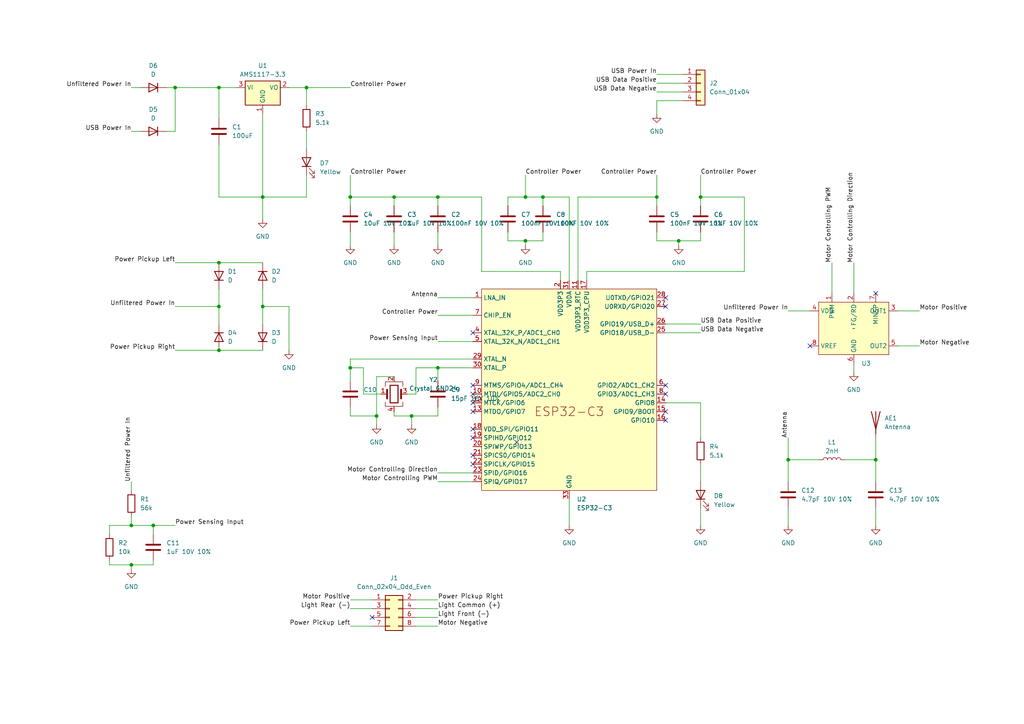
<source format=kicad_sch>
(kicad_sch (version 20230121) (generator eeschema)
  (paper "A4")
  (lib_symbols
    (symbol "Connector_Generic:Conn_01x04" (pin_names (offset 1.016) hide)
      (property "Reference" "J" (at 0 5.08 0))
      (property "Value" "Conn_01x04" (at 0 -7.62 0))
      (symbol "Conn_01x04_1_1"
        (rectangle (start -1.27 -4.953) (end 0 -5.207) (stroke (width 0.1524)))
        (rectangle (start -1.27 -2.413) (end 0 -2.667) (stroke (width 0.1524)))
        (rectangle (start -1.27 0.127) (end 0 -0.127) (stroke (width 0.1524)))
        (rectangle (start -1.27 2.667) (end 0 2.413) (stroke (width 0.1524)))
        (rectangle (start -1.27 3.81) (end 1.27 -6.35) (stroke (width 0.254)) (fill (type background)))
        (pin passive line (at -5.08 2.54 0) (length 3.81) (name "Pin_1") (number "1"))
        (pin passive line (at -5.08 0 0) (length 3.81) (name "Pin_2") (number "2"))
        (pin passive line (at -5.08 -2.54 0) (length 3.81) (name "Pin_3") (number "3"))
        (pin passive line (at -5.08 -5.08 0) (length 3.81) (name "Pin_4") (number "4"))
      )
    )
    (symbol "Connector_Generic:Conn_02x04_Odd_Even" (pin_names (offset 1.016) hide)
      (property "Reference" "J" (at 1.27 5.08 0))
      (property "Value" "Conn_02x04_Odd_Even" (at 1.27 -7.62 0))
      (symbol "Conn_02x04_Odd_Even_1_1"
        (rectangle (start -1.27 -4.953) (end 0 -5.207) (stroke (width 0.1524)))
        (rectangle (start -1.27 -2.413) (end 0 -2.667) (stroke (width 0.1524)))
        (rectangle (start -1.27 0.127) (end 0 -0.127) (stroke (width 0.1524)))
        (rectangle (start -1.27 2.667) (end 0 2.413) (stroke (width 0.1524)))
        (rectangle (start -1.27 3.81) (end 3.81 -6.35) (stroke (width 0.254)) (fill (type background)))
        (rectangle (start 3.81 -4.953) (end 2.54 -5.207) (stroke (width 0.1524)))
        (rectangle (start 3.81 -2.413) (end 2.54 -2.667) (stroke (width 0.1524)))
        (rectangle (start 3.81 0.127) (end 2.54 -0.127) (stroke (width 0.1524)))
        (rectangle (start 3.81 2.667) (end 2.54 2.413) (stroke (width 0.1524)))
        (pin passive line (at -5.08 2.54 0) (length 3.81) (name "Pin_1") (number "1"))
        (pin passive line (at 7.62 2.54 180) (length 3.81) (name "Pin_2") (number "2"))
        (pin passive line (at -5.08 0 0) (length 3.81) (name "Pin_3") (number "3"))
        (pin passive line (at 7.62 0 180) (length 3.81) (name "Pin_4") (number "4"))
        (pin passive line (at -5.08 -2.54 0) (length 3.81) (name "Pin_5") (number "5"))
        (pin passive line (at 7.62 -2.54 180) (length 3.81) (name "Pin_6") (number "6"))
        (pin passive line (at -5.08 -5.08 0) (length 3.81) (name "Pin_7") (number "7"))
        (pin passive line (at 7.62 -5.08 180) (length 3.81) (name "Pin_8") (number "8"))
      )
    )
    (symbol "Device:Antenna" (pin_numbers hide) (pin_names (offset 1.016) hide)
      (property "Reference" "AE" (at -1.905 1.905 0))
      (property "Value" "Antenna" (at -1.905 0 0))
      (symbol "Antenna_0_1"
        (polyline (pts (xy 0 2.54) (xy 0 -3.81)) (stroke (width 0.254)))
        (polyline (pts (xy 1.27 2.54) (xy 0 -2.54) (xy -1.27 2.54)) (stroke (width 0.254)))
      )
      (symbol "Antenna_1_1"
        (pin input line (at 0 -5.08 90) (length 2.54) (name "A") (number "1"))
      )
    )
    (symbol "Device:C" (pin_numbers hide) (pin_names (offset 0.254))
      (property "Reference" "C" (at 0.635 2.54 0))
      (property "Value" "C" (at 0.635 -2.54 0))
      (symbol "C_0_1"
        (polyline (pts (xy -2.032 -0.762) (xy 2.032 -0.762)) (stroke (width 0.508)))
        (polyline (pts (xy -2.032 0.762) (xy 2.032 0.762)) (stroke (width 0.508)))
      )
      (symbol "C_1_1"
        (pin passive line (at 0 3.81 270) (length 2.794) (name "~") (number "1"))
        (pin passive line (at 0 -3.81 90) (length 2.794) (name "~") (number "2"))
      )
    )
    (symbol "Device:Crystal_GND24" (pin_names (offset 1.016) hide)
      (property "Reference" "Y" (at 3.175 5.08 0))
      (property "Value" "Crystal_GND24" (at 3.175 3.175 0))
      (symbol "Crystal_GND24_0_1"
        (rectangle (start -1.143 2.54) (end 1.143 -2.54) (stroke (width 0.3048)))
        (polyline (pts (xy -2.54 0) (xy -2.032 0)))
        (polyline (pts (xy -2.032 -1.27) (xy -2.032 1.27)) (stroke (width 0.508)))
        (polyline (pts (xy 0 -3.81) (xy 0 -3.556)))
        (polyline (pts (xy 0 3.556) (xy 0 3.81)))
        (polyline (pts (xy 2.032 -1.27) (xy 2.032 1.27)) (stroke (width 0.508)))
        (polyline (pts (xy 2.032 0) (xy 2.54 0)))
        (polyline (pts (xy -2.54 -2.286) (xy -2.54 -3.556) (xy 2.54 -3.556) (xy 2.54 -2.286)))
        (polyline (pts (xy -2.54 2.286) (xy -2.54 3.556) (xy 2.54 3.556) (xy 2.54 2.286)))
      )
      (symbol "Crystal_GND24_1_1"
        (pin passive line (at -3.81 0 0) (length 1.27) (name "1") (number "1"))
        (pin passive line (at 0 5.08 270) (length 1.27) (name "2") (number "2"))
        (pin passive line (at 3.81 0 180) (length 1.27) (name "3") (number "3"))
        (pin passive line (at 0 -5.08 90) (length 1.27) (name "4") (number "4"))
      )
    )
    (symbol "Device:D" (pin_numbers hide) (pin_names (offset 1.016) hide)
      (property "Reference" "D" (at 0 2.54 0))
      (property "Value" "D" (at 0 -2.54 0))
      (symbol "D_0_1"
        (polyline (pts (xy -1.27 1.27) (xy -1.27 -1.27)) (stroke (width 0.254)))
        (polyline (pts (xy 1.27 0) (xy -1.27 0)))
        (polyline (pts (xy 1.27 1.27) (xy 1.27 -1.27) (xy -1.27 0) (xy 1.27 1.27)) (stroke (width 0.254)))
      )
      (symbol "D_1_1"
        (pin passive line (at -3.81 0 0) (length 2.54) (name "K") (number "1"))
        (pin passive line (at 3.81 0 180) (length 2.54) (name "A") (number "2"))
      )
    )
    (symbol "Device:L" (pin_numbers hide) (pin_names (offset 1.016) hide)
      (property "Reference" "L" (at -1.27 0 90))
      (property "Value" "L" (at 1.905 0 90))
      (symbol "L_0_1"
        (arc (start 0 -2.54) (mid 0.6323 -1.905) (end 0 -1.27))
        (arc (start 0 -1.27) (mid 0.6323 -0.635) (end 0 0))
        (arc (start 0 0) (mid 0.6323 0.635) (end 0 1.27))
        (arc (start 0 1.27) (mid 0.6323 1.905) (end 0 2.54))
      )
      (symbol "L_1_1"
        (pin passive line (at 0 3.81 270) (length 1.27) (name "1") (number "1"))
        (pin passive line (at 0 -3.81 90) (length 1.27) (name "2") (number "2"))
      )
    )
    (symbol "Device:LED" (pin_numbers hide) (pin_names (offset 1.016) hide)
      (property "Reference" "D" (at 0 2.54 0))
      (property "Value" "LED" (at 0 -2.54 0))
      (symbol "LED_0_1"
        (polyline (pts (xy -1.27 -1.27) (xy -1.27 1.27)) (stroke (width 0.254)))
        (polyline (pts (xy -1.27 0) (xy 1.27 0)))
        (polyline (pts (xy 1.27 -1.27) (xy 1.27 1.27) (xy -1.27 0) (xy 1.27 -1.27)) (stroke (width 0.254)))
        (polyline (pts (xy -3.048 -0.762) (xy -4.572 -2.286) (xy -3.81 -2.286) (xy -4.572 -2.286) (xy -4.572 -1.524)))
        (polyline (pts (xy -1.778 -0.762) (xy -3.302 -2.286) (xy -2.54 -2.286) (xy -3.302 -2.286) (xy -3.302 -1.524)))
      )
      (symbol "LED_1_1"
        (pin passive line (at -3.81 0 0) (length 2.54) (name "K") (number "1"))
        (pin passive line (at 3.81 0 180) (length 2.54) (name "A") (number "2"))
      )
    )
    (symbol "Device:R" (pin_numbers hide) (pin_names (offset 0))
      (property "Reference" "R" (at 2.032 0 90))
      (property "Value" "R" (at 0 0 90))
      (symbol "R_0_1"
        (rectangle (start -1.016 -2.54) (end 1.016 2.54) (stroke (width 0.254)))
      )
      (symbol "R_1_1"
        (pin passive line (at 0 3.81 270) (length 1.27) (name "~") (number "1"))
        (pin passive line (at 0 -3.81 90) (length 1.27) (name "~") (number "2"))
      )
    )
    (symbol "Driver_Motor:CrossChip_CC6421_Motor_Driver"
      (property "Reference" "U" (at 0 0 0))
      (symbol "CrossChip_CC6421_Motor_Driver_1_1"
        (rectangle (start -10.16 7.62) (end 10.16 -7.62) (fill (type background)))
        (pin input line (at -6.35 10.16 270) (length 2.54) (name "PWM") (number "1"))
        (pin input line (at 0 10.16 270) (length 2.54) (name "FG/RD") (number "2"))
        (pin power_out line (at 12.7 5.08 180) (length 2.54) (name "OUT1") (number "3"))
        (pin power_in line (at -12.7 5.08 0) (length 2.54) (name "VDD") (number "4"))
        (pin power_out line (at 12.7 -5.08 180) (length 2.54) (name "OUT2") (number "5"))
        (pin power_in line (at 0 -10.16 90) (length 2.54) (name "GND") (number "6"))
        (pin input line (at 6.35 10.16 270) (length 2.54) (name "MINSP") (number "7"))
        (pin output line (at -12.7 -5.08 0) (length 2.54) (name "VREF") (number "8"))
      )
    )
    (symbol "PCM_Espressif:ESP32-C3"
      (property "Reference" "U" (at -25.4 35.56 0))
      (property "Value" "ESP32-C3" (at -25.4 33.02 0))
      (symbol "ESP32-C3_0_0"
        (text "ESP32-C3" (at 0 -5.08 0) (effects (font (size 2.54 2.54))))
        (pin bidirectional line (at -27.94 27.94 0) (length 2.54) (name "LNA_IN") (number "1"))
        (pin bidirectional line (at -27.94 0 0) (length 2.54) (name "MTDI/GPIO5/ADC2_CH0") (number "10"))
        (pin power_in line (at 2.54 33.02 270) (length 2.54) (name "VDD3P3_RTC") (number "11"))
        (pin bidirectional line (at -27.94 -2.54 0) (length 2.54) (name "MTCK/GPIO6") (number "12"))
        (pin bidirectional line (at -27.94 -5.08 0) (length 2.54) (name "MTDO/GPIO7") (number "13"))
        (pin bidirectional line (at 27.94 -2.54 180) (length 2.54) (name "GPIO8") (number "14"))
        (pin bidirectional line (at 27.94 -5.08 180) (length 2.54) (name "GPIO9/BOOT") (number "15"))
        (pin bidirectional line (at 27.94 -7.62 180) (length 2.54) (name "GPIO10") (number "16"))
        (pin power_in line (at 5.08 33.02 270) (length 2.54) (name "VDD3P3_CPU") (number "17"))
        (pin bidirectional line (at -27.94 -10.16 0) (length 2.54) (name "VDD_SPI/GPIO11") (number "18"))
        (pin bidirectional line (at -27.94 -12.7 0) (length 2.54) (name "SPIHD/GPIO12") (number "19"))
        (pin power_in line (at -2.54 33.02 270) (length 2.54) (name "VDD3P3") (number "2"))
        (pin bidirectional line (at -27.94 -15.24 0) (length 2.54) (name "SPIWP/GPIO13") (number "20"))
        (pin bidirectional line (at -27.94 -17.78 0) (length 2.54) (name "SPICS0/GPIO14") (number "21"))
        (pin bidirectional line (at -27.94 -20.32 0) (length 2.54) (name "SPICLK/GPIO15") (number "22"))
        (pin bidirectional line (at -27.94 -22.86 0) (length 2.54) (name "SPID/GPIO16") (number "23"))
        (pin bidirectional line (at -27.94 -25.4 0) (length 2.54) (name "SPIQ/GPIO17") (number "24"))
        (pin bidirectional line (at 27.94 17.78 180) (length 2.54) (name "GPIO18/USB_D-") (number "25"))
        (pin bidirectional line (at 27.94 20.32 180) (length 2.54) (name "GPIO19/USB_D+") (number "26"))
        (pin bidirectional line (at 27.94 25.4 180) (length 2.54) (name "U0RXD/GPIO20") (number "27"))
        (pin bidirectional line (at 27.94 27.94 180) (length 2.54) (name "U0TXD/GPIO21") (number "28"))
        (pin output line (at -27.94 10.16 0) (length 2.54) (name "XTAL_N") (number "29"))
        (pin input line (at -27.94 7.62 0) (length 2.54) (name "XTAL_P") (number "30"))
        (pin power_in line (at 0 33.02 270) (length 2.54) (name "VDDA") (number "31"))
        (pin power_in line (at 0 -30.48 90) (length 2.54) (name "GND") (number "33"))
        (pin output line (at -27.94 17.78 0) (length 2.54) (name "XTAL_32K_P/ADC1_CH0") (number "4"))
        (pin input line (at -27.94 15.24 0) (length 2.54) (name "XTAL_32K_N/ADC1_CH1") (number "5"))
        (pin bidirectional line (at 27.94 2.54 180) (length 2.54) (name "GPIO2/ADC1_CH2") (number "6"))
        (pin input line (at -27.94 22.86 0) (length 2.54) (name "CHIP_EN") (number "7"))
        (pin bidirectional line (at 27.94 0 180) (length 2.54) (name "GPIO3/ADC1_CH3") (number "8"))
        (pin bidirectional line (at -27.94 2.54 0) (length 2.54) (name "MTMS/GPIO4/ADC1_CH4") (number "9"))
      )
      (symbol "ESP32-C3_0_1"
        (rectangle (start -25.4 30.48) (end 25.4 -27.94) (fill (type background)))
        (pin passive line (at -2.54 33.02 270) (length 2.54) hide (name "VDD3P3") (number "3"))
        (pin passive line (at 0 33.02 270) (length 2.54) hide (name "VDDA") (number "32"))
      )
    )
    (symbol "Regulator_Linear:AMS1117-3.3"
      (property "Reference" "U" (at -3.81 3.175 0))
      (property "Value" "AMS1117-3.3" (at 0 3.175 0))
      (symbol "AMS1117-3.3_0_1"
        (rectangle (start -5.08 -5.08) (end 5.08 1.905) (stroke (width 0.254)) (fill (type background)))
      )
      (symbol "AMS1117-3.3_1_1"
        (pin power_in line (at 0 -7.62 90) (length 2.54) (name "GND") (number "1"))
        (pin power_out line (at 7.62 0 180) (length 2.54) (name "VO") (number "2"))
        (pin power_in line (at -7.62 0 0) (length 2.54) (name "VI") (number "3"))
      )
    )
    (symbol "power:GND" (power) (pin_names (offset 0))
      (property "Value" "GND" (at 0 -3.81 0))
      (symbol "GND_0_1"
        (polyline (pts (xy 0 0) (xy 0 -1.27) (xy 1.27 -1.27) (xy 0 -2.54) (xy -1.27 -1.27) (xy 0 -1.27)))
      )
      (symbol "GND_1_1"
        (pin power_in line (at 0 0 270) (length 0) hide (name "GND") (number "1"))
      )
    )
  )
  (junction (at 203.2 57.15))
  (junction (at 119.38 120.65))
  (junction (at 109.22 120.65))
  (junction (at 101.6 106.68))
  (junction (at 63.5 76.2))
  (junction (at 50.8 25.4))
  (junction (at 63.5 88.9))
  (junction (at 157.48 57.15))
  (junction (at 196.85 69.85))
  (junction (at 88.9 25.4))
  (junction (at 101.6 57.15))
  (junction (at 76.2 57.15))
  (junction (at 127 57.15))
  (junction (at 152.4 69.85))
  (junction (at 63.5 25.4))
  (junction (at 152.4 57.15))
  (junction (at 38.1 163.83))
  (junction (at 254 133.35))
  (junction (at 190.5 57.15))
  (junction (at 44.45 152.4))
  (junction (at 228.6 133.35))
  (junction (at 114.3 57.15))
  (junction (at 127 106.68))
  (junction (at 63.5 101.6))
  (junction (at 76.2 88.9))
  (junction (at 38.1 152.4))
  (no_connect (at 137.16 134.62))
  (no_connect (at 137.16 132.08))
  (no_connect (at 193.04 119.38))
  (no_connect (at 137.16 119.38))
  (no_connect (at 193.04 86.36))
  (no_connect (at 254 85.09))
  (no_connect (at 137.16 124.46))
  (no_connect (at 137.16 96.52))
  (no_connect (at 193.04 114.3))
  (no_connect (at 137.16 114.3))
  (no_connect (at 234.95 100.33))
  (no_connect (at 137.16 111.76))
  (no_connect (at 193.04 88.9))
  (no_connect (at 193.04 111.76))
  (no_connect (at 137.16 116.84))
  (no_connect (at 193.04 121.92))
  (no_connect (at 107.95 179.07))
  (no_connect (at 137.16 127))
  (no_connect (at 149.86 128.27))
  (wire (pts (xy 139.7 57.15) (xy 127 57.15)))
  (wire (pts (xy 162.56 81.28) (xy 162.56 78.74)))
  (wire (pts (xy 157.48 57.15) (xy 165.1 57.15)))
  (wire (pts (xy 127 106.68) (xy 127 110.49)))
  (wire (pts (xy 196.85 69.85) (xy 190.5 69.85)))
  (wire (pts (xy 38.1 149.86) (xy 38.1 152.4)))
  (wire (pts (xy 76.2 57.15) (xy 76.2 33.02)))
  (wire (pts (xy 127 139.7) (xy 137.16 139.7)))
  (wire (pts (xy 101.6 104.14) (xy 101.6 106.68)))
  (wire (pts (xy 63.5 57.15) (xy 76.2 57.15)))
  (wire (pts (xy 127 137.16) (xy 137.16 137.16)))
  (wire (pts (xy 215.9 78.74) (xy 215.9 57.15)))
  (wire (pts (xy 120.65 179.07) (xy 127 179.07)))
  (wire (pts (xy 105.41 114.3) (xy 105.41 106.68)))
  (wire (pts (xy 260.35 100.33) (xy 266.7 100.33)))
  (wire (pts (xy 170.18 78.74) (xy 215.9 78.74)))
  (wire (pts (xy 203.2 69.85) (xy 196.85 69.85)))
  (wire (pts (xy 44.45 152.4) (xy 44.45 154.94)))
  (wire (pts (xy 101.6 57.15) (xy 114.3 57.15)))
  (wire (pts (xy 83.82 101.6) (xy 83.82 88.9)))
  (wire (pts (xy 44.45 163.83) (xy 38.1 163.83)))
  (wire (pts (xy 101.6 104.14) (xy 137.16 104.14)))
  (wire (pts (xy 147.32 59.69) (xy 147.32 57.15)))
  (wire (pts (xy 114.3 67.31) (xy 114.3 71.12)))
  (wire (pts (xy 31.75 163.83) (xy 38.1 163.83)))
  (wire (pts (xy 88.9 25.4) (xy 101.6 25.4)))
  (wire (pts (xy 152.4 69.85) (xy 152.4 71.12)))
  (wire (pts (xy 247.65 105.41) (xy 247.65 107.95)))
  (wire (pts (xy 76.2 88.9) (xy 76.2 93.98)))
  (wire (pts (xy 38.1 163.83) (xy 38.1 165.1)))
  (wire (pts (xy 193.04 116.84) (xy 203.2 116.84)))
  (wire (pts (xy 120.65 181.61) (xy 127 181.61)))
  (wire (pts (xy 114.3 57.15) (xy 114.3 59.69)))
  (wire (pts (xy 170.18 78.74) (xy 170.18 81.28)))
  (wire (pts (xy 245.11 133.35) (xy 254 133.35)))
  (wire (pts (xy 190.5 69.85) (xy 190.5 67.31)))
  (wire (pts (xy 101.6 50.8) (xy 101.6 57.15)))
  (wire (pts (xy 88.9 25.4) (xy 88.9 30.48)))
  (wire (pts (xy 120.65 173.99) (xy 127 173.99)))
  (wire (pts (xy 152.4 50.8) (xy 152.4 57.15)))
  (wire (pts (xy 114.3 57.15) (xy 127 57.15)))
  (wire (pts (xy 101.6 181.61) (xy 107.95 181.61)))
  (wire (pts (xy 228.6 147.32) (xy 228.6 152.4)))
  (wire (pts (xy 127 67.31) (xy 127 71.12)))
  (wire (pts (xy 38.1 152.4) (xy 44.45 152.4)))
  (wire (pts (xy 203.2 57.15) (xy 203.2 59.69)))
  (wire (pts (xy 31.75 152.4) (xy 31.75 154.94)))
  (wire (pts (xy 120.65 176.53) (xy 127 176.53)))
  (wire (pts (xy 127 57.15) (xy 127 59.69)))
  (wire (pts (xy 167.64 57.15) (xy 190.5 57.15)))
  (wire (pts (xy 165.1 144.78) (xy 165.1 152.4)))
  (wire (pts (xy 157.48 59.69) (xy 157.48 57.15)))
  (wire (pts (xy 38.1 25.4) (xy 40.64 25.4)))
  (wire (pts (xy 31.75 152.4) (xy 38.1 152.4)))
  (wire (pts (xy 83.82 25.4) (xy 88.9 25.4)))
  (wire (pts (xy 44.45 152.4) (xy 50.8 152.4)))
  (wire (pts (xy 254 127) (xy 254 133.35)))
  (wire (pts (xy 260.35 90.17) (xy 266.7 90.17)))
  (wire (pts (xy 127 118.11) (xy 127 120.65)))
  (wire (pts (xy 127 99.06) (xy 137.16 99.06)))
  (wire (pts (xy 254 133.35) (xy 254 139.7)))
  (wire (pts (xy 162.56 78.74) (xy 139.7 78.74)))
  (wire (pts (xy 241.3 76.2) (xy 241.3 85.09)))
  (wire (pts (xy 101.6 106.68) (xy 105.41 106.68)))
  (wire (pts (xy 101.6 173.99) (xy 107.95 173.99)))
  (wire (pts (xy 63.5 88.9) (xy 63.5 93.98)))
  (wire (pts (xy 190.5 26.67) (xy 198.12 26.67)))
  (wire (pts (xy 63.5 83.82) (xy 63.5 88.9)))
  (wire (pts (xy 50.8 25.4) (xy 63.5 25.4)))
  (wire (pts (xy 88.9 57.15) (xy 76.2 57.15)))
  (wire (pts (xy 190.5 29.21) (xy 190.5 33.02)))
  (wire (pts (xy 147.32 67.31) (xy 147.32 69.85)))
  (wire (pts (xy 190.5 50.8) (xy 190.5 57.15)))
  (wire (pts (xy 127 106.68) (xy 137.16 106.68)))
  (wire (pts (xy 88.9 50.8) (xy 88.9 57.15)))
  (wire (pts (xy 152.4 69.85) (xy 157.48 69.85)))
  (wire (pts (xy 38.1 38.1) (xy 40.64 38.1)))
  (wire (pts (xy 165.1 81.28) (xy 165.1 57.15)))
  (wire (pts (xy 127 120.65) (xy 119.38 120.65)))
  (wire (pts (xy 247.65 76.2) (xy 247.65 85.09)))
  (wire (pts (xy 63.5 76.2) (xy 76.2 76.2)))
  (wire (pts (xy 157.48 67.31) (xy 157.48 69.85)))
  (wire (pts (xy 50.8 76.2) (xy 63.5 76.2)))
  (wire (pts (xy 203.2 116.84) (xy 203.2 127)))
  (wire (pts (xy 50.8 38.1) (xy 50.8 25.4)))
  (wire (pts (xy 44.45 162.56) (xy 44.45 163.83)))
  (wire (pts (xy 114.3 109.22) (xy 109.22 109.22)))
  (wire (pts (xy 203.2 50.8) (xy 203.2 57.15)))
  (wire (pts (xy 110.49 114.3) (xy 105.41 114.3)))
  (wire (pts (xy 198.12 29.21) (xy 190.5 29.21)))
  (wire (pts (xy 228.6 90.17) (xy 234.95 90.17)))
  (wire (pts (xy 50.8 101.6) (xy 63.5 101.6)))
  (wire (pts (xy 203.2 67.31) (xy 203.2 69.85)))
  (wire (pts (xy 254 147.32) (xy 254 152.4)))
  (wire (pts (xy 114.3 120.65) (xy 114.3 119.38)))
  (wire (pts (xy 31.75 162.56) (xy 31.75 163.83)))
  (wire (pts (xy 76.2 57.15) (xy 76.2 63.5)))
  (wire (pts (xy 228.6 127) (xy 228.6 133.35)))
  (wire (pts (xy 228.6 133.35) (xy 228.6 139.7)))
  (wire (pts (xy 147.32 57.15) (xy 152.4 57.15)))
  (wire (pts (xy 196.85 69.85) (xy 196.85 71.12)))
  (wire (pts (xy 147.32 69.85) (xy 152.4 69.85)))
  (wire (pts (xy 118.11 114.3) (xy 120.65 114.3)))
  (wire (pts (xy 120.65 114.3) (xy 120.65 106.68)))
  (wire (pts (xy 101.6 106.68) (xy 101.6 110.49)))
  (wire (pts (xy 101.6 176.53) (xy 107.95 176.53)))
  (wire (pts (xy 228.6 133.35) (xy 237.49 133.35)))
  (wire (pts (xy 76.2 83.82) (xy 76.2 88.9)))
  (wire (pts (xy 38.1 139.7) (xy 38.1 142.24)))
  (wire (pts (xy 50.8 88.9) (xy 63.5 88.9)))
  (wire (pts (xy 88.9 38.1) (xy 88.9 43.18)))
  (wire (pts (xy 101.6 120.65) (xy 109.22 120.65)))
  (wire (pts (xy 203.2 147.32) (xy 203.2 152.4)))
  (wire (pts (xy 119.38 120.65) (xy 119.38 123.19)))
  (wire (pts (xy 190.5 57.15) (xy 190.5 59.69)))
  (wire (pts (xy 114.3 120.65) (xy 119.38 120.65)))
  (wire (pts (xy 203.2 134.62) (xy 203.2 139.7)))
  (wire (pts (xy 190.5 24.13) (xy 198.12 24.13)))
  (wire (pts (xy 215.9 57.15) (xy 203.2 57.15)))
  (wire (pts (xy 101.6 118.11) (xy 101.6 120.65)))
  (wire (pts (xy 193.04 96.52) (xy 203.2 96.52)))
  (wire (pts (xy 83.82 88.9) (xy 76.2 88.9)))
  (wire (pts (xy 109.22 123.19) (xy 109.22 120.65)))
  (wire (pts (xy 167.64 81.28) (xy 167.64 57.15)))
  (wire (pts (xy 63.5 41.91) (xy 63.5 57.15)))
  (wire (pts (xy 101.6 57.15) (xy 101.6 59.69)))
  (wire (pts (xy 127 86.36) (xy 137.16 86.36)))
  (wire (pts (xy 190.5 21.59) (xy 198.12 21.59)))
  (wire (pts (xy 63.5 101.6) (xy 76.2 101.6)))
  (wire (pts (xy 48.26 25.4) (xy 50.8 25.4)))
  (wire (pts (xy 127 91.44) (xy 137.16 91.44)))
  (wire (pts (xy 109.22 109.22) (xy 109.22 120.65)))
  (wire (pts (xy 63.5 25.4) (xy 63.5 34.29)))
  (wire (pts (xy 120.65 106.68) (xy 127 106.68)))
  (wire (pts (xy 139.7 78.74) (xy 139.7 57.15)))
  (wire (pts (xy 48.26 38.1) (xy 50.8 38.1)))
  (wire (pts (xy 63.5 25.4) (xy 68.58 25.4)))
  (wire (pts (xy 152.4 57.15) (xy 157.48 57.15)))
  (wire (pts (xy 101.6 67.31) (xy 101.6 71.12)))
  (wire (pts (xy 203.2 93.98) (xy 193.04 93.98)))
  (label "Light Rear (-)" (at 101.6 176.53 180))
  (label "Controller Power" (at 152.4 50.8 0))
  (label "Motor Controlling Direction" (at 127 137.16 180))
  (label "Power Sensing Input" (at 127 99.06 180))
  (label "Motor Controlling Direction" (at 247.65 76.2 90))
  (label "USB Power In" (at 38.1 38.1 180))
  (label "Light Common (+)" (at 127 176.53 0))
  (label "USB Data Negative" (at 190.5 26.67 180))
  (label "Power Pickup Left" (at 50.8 76.2 180))
  (label "Power Pickup Left" (at 101.6 181.61 180))
  (label "Controller Power" (at 127 91.44 180))
  (label "Unfiltered Power In" (at 50.8 88.9 180))
  (label "Power Sensing Input" (at 50.8 152.4 0))
  (label "Antenna" (at 228.6 127 90))
  (label "Motor Positive" (at 101.6 173.99 180))
  (label "Antenna" (at 127 86.36 180))
  (label "Unfiltered Power In" (at 38.1 139.7 90))
  (label "USB Data Positive" (at 190.5 24.13 180))
  (label "USB Power In" (at 190.5 21.59 180))
  (label "Motor Positive" (at 266.7 90.17 0))
  (label "USB Data Positive" (at 203.2 93.98 0))
  (label "Motor Controlling PWM" (at 241.3 76.2 90))
  (label "Power Pickup Right" (at 50.8 101.6 180))
  (label "USB Data Negative" (at 203.2 96.52 0))
  (label "Unfiltered Power In" (at 228.6 90.17 180))
  (label "Motor Negative" (at 266.7 100.33 0))
  (label "Power Pickup Right" (at 127 173.99 0))
  (label "Light Front (-)" (at 127 179.07 0))
  (label "Controller Power" (at 101.6 25.4 0))
  (label "Motor Controlling PWM" (at 127 139.7 180))
  (label "Controller Power" (at 190.5 50.8 180))
  (label "Unfiltered Power In" (at 38.1 25.4 180))
  (label "Motor Negative" (at 127 181.61 0))
  (label "Controller Power" (at 203.2 50.8 0))
  (label "Controller Power" (at 101.6 50.8 0))
  (symbol (lib_id "Device:D") (at 63.5 80.01 90) (unit 1)
    (property "Reference" "D1" (at 66.04 78.74 90) (effects (justify right)))
    (property "Value" "D" (at 66.04 81.28 90) (effects (justify right)))
    (property "Footprint" "Diode_SMD:D_SOD-323" (effects hide))
    (property "Datasheet" "https://datasheet.lcsc.com/lcsc/2308231019_MDD-Microdiode-Electronics--1N4007WS_C193404.pdf" (effects hide))
    (property "Sim.Device" "D" (effects hide))
    (property "Sim.Pins" "1=K 2=A" (effects hide))
  )
  (symbol (lib_id "Device:C") (at 63.5 38.1 0) (unit 1)
    (property "Reference" "C1" (at 67.31 36.83 0) (effects (justify left)))
    (property "Value" "100uF" (at 67.31 39.37 0) (effects (justify left)))
    (property "Footprint" "Capacitor_Tantalum_SMD:CP_EIA-7343-30_AVX-N" (effects hide))
    (property "Datasheet" "https://datasheet.lcsc.com/lcsc/2304140030_Kyocera-AVX-TPSB107K006R0250_C597710.pdf" (effects hide))
  )
  (symbol (lib_id "Device:C") (at 101.6 114.3 0) (unit 1)
    (property "Reference" "C10" (at 105.41 113.03 0) (effects (justify left)))
    (property "Value" "15pF 16V 10%" (effects hide))
    (property "Footprint" "Capacitor_SMD:C_0201_0603Metric" (effects hide))
  )
  (symbol (lib_id "power:GND") (at 254 152.4 0) (unit 1)
    (property "Reference" "#PWR013" (effects hide))
    (property "Value" "GND" (at 254 157.48 0))
  )
  (symbol (lib_id "power:GND") (at 127 71.12 0) (unit 1)
    (property "Reference" "#PWR05" (effects hide))
    (property "Value" "GND" (at 127 76.2 0))
  )
  (symbol (lib_id "Device:R") (at 38.1 146.05 0) (unit 1)
    (property "Reference" "R1" (at 40.64 144.78 0) (effects (justify left)))
    (property "Value" "56k" (at 40.64 147.32 0) (effects (justify left)))
    (property "Footprint" "Resistor_SMD:R_0201_0603Metric" (effects hide))
  )
  (symbol (lib_id "Device:C") (at 127 63.5 0) (unit 1)
    (property "Reference" "C2" (at 130.81 62.23 0) (effects (justify left)))
    (property "Value" "100nF 10V 10%" (at 130.81 64.77 0) (effects (justify left)))
    (property "Footprint" "Capacitor_SMD:C_0201_0603Metric" (effects hide))
  )
  (symbol (lib_id "power:GND") (at 109.22 123.19 0) (unit 1)
    (property "Reference" "#PWR08" (effects hide))
    (property "Value" "GND" (at 109.22 128.27 0))
  )
  (symbol (lib_id "Device:C") (at 127 114.3 0) (unit 1)
    (property "Reference" "C9" (at 130.81 113.03 0) (effects (justify left)))
    (property "Value" "15pF 16V 10%" (at 130.81 115.57 0) (effects (justify left)))
    (property "Footprint" "Capacitor_SMD:C_0201_0603Metric" (effects hide))
  )
  (symbol (lib_id "Device:LED") (at 203.2 143.51 90) (unit 1)
    (property "Reference" "D8" (at 207.01 143.8275 90) (effects (justify right)))
    (property "Value" "Yellow" (at 207.01 146.3675 90) (effects (justify right)))
    (property "Footprint" "LED_SMD:LED_0603_1608Metric" (effects hide))
  )
  (symbol (lib_id "Device:C") (at 157.48 63.5 0) (unit 1)
    (property "Reference" "C8" (at 161.29 62.23 0) (effects (justify left)))
    (property "Value" "100nF 10V 10%" (at 161.29 64.77 0) (effects (justify left)))
    (property "Footprint" "Capacitor_SMD:C_0201_0603Metric" (effects hide))
  )
  (symbol (lib_id "Connector_Generic:Conn_02x04_Odd_Even") (at 113.03 176.53 0) (unit 1)
    (property "Reference" "J1" (at 114.3 167.64 0))
    (property "Value" "Conn_02x04_Odd_Even" (at 114.3 170.18 0))
    (property "Footprint" "Connector_PinHeader_2.54mm:PinHeader_2x04_P2.54mm_Vertical" (effects hide))
  )
  (symbol (lib_id "power:GND") (at 83.82 101.6 0) (unit 1)
    (property "Reference" "#PWR02" (effects hide))
    (property "Value" "GND" (at 83.82 106.68 0))
  )
  (symbol (lib_id "power:GND") (at 196.85 71.12 0) (unit 1)
    (property "Reference" "#PWR07" (effects hide))
    (property "Value" "GND" (at 196.85 76.2 0))
  )
  (symbol (lib_id "Device:C") (at 190.5 63.5 0) (unit 1)
    (property "Reference" "C5" (at 194.31 62.23 0) (effects (justify left)))
    (property "Value" "100nF 10V 10%" (at 194.31 64.77 0) (effects (justify left)))
    (property "Footprint" "Capacitor_SMD:C_0201_0603Metric" (effects hide))
  )
  (symbol (lib_id "Driver_Motor:CrossChip_CC6421_Motor_Driver") (at 247.65 95.25 0) (unit 1)
    (property "Reference" "U3" (at 249.8441 105.41 0) (effects (justify left)))
    (property "Value" "~" (at 247.65 95.25 0))
    (property "Footprint" "Package_DFN_QFN:DFN-8-1EP_3x3mm_P0.65mm_EP1.55x2.4mm" (effects hide))
  )
  (symbol (lib_id "Device:C") (at 101.6 63.5 0) (unit 1)
    (property "Reference" "C4" (at 105.41 62.23 0) (effects (justify left)))
    (property "Value" "10uF 10V 10%" (at 105.41 64.77 0) (effects (justify left)))
    (property "Footprint" "Capacitor_SMD:C_0201_0603Metric" (effects hide))
  )
  (symbol (lib_id "Device:C") (at 203.2 63.5 0) (unit 1)
    (property "Reference" "C6" (at 207.01 62.23 0) (effects (justify left)))
    (property "Value" "1uF 10V 10%" (at 207.01 64.77 0) (effects (justify left)))
    (property "Footprint" "Capacitor_SMD:C_0201_0603Metric" (effects hide))
  )
  (symbol (lib_id "power:GND") (at 38.1 165.1 0) (unit 1)
    (property "Reference" "#PWR010" (effects hide))
    (property "Value" "GND" (at 38.1 170.18 0))
  )
  (symbol (lib_id "power:GND") (at 165.1 152.4 0) (unit 1)
    (property "Reference" "#PWR03" (effects hide))
    (property "Value" "GND" (at 165.1 157.48 0))
  )
  (symbol (lib_id "Device:C") (at 228.6 143.51 0) (unit 1)
    (property "Reference" "C12" (at 232.41 142.24 0) (effects (justify left)))
    (property "Value" "4.7pF 10V 10%" (at 232.41 144.78 0) (effects (justify left)))
    (property "Footprint" "Capacitor_SMD:C_0201_0603Metric" (effects hide))
  )
  (symbol (lib_id "power:GND") (at 247.65 107.95 0) (unit 1)
    (property "Reference" "#PWR011" (effects hide))
    (property "Value" "GND" (at 247.65 113.03 0))
  )
  (symbol (lib_id "Device:D") (at 44.45 38.1 180) (unit 1)
    (property "Reference" "D5" (at 44.45 31.75 0))
    (property "Value" "D" (at 44.45 34.29 0))
    (property "Footprint" "Diode_SMD:D_SOD-323" (effects hide))
    (property "Datasheet" "https://datasheet.lcsc.com/lcsc/2308231019_MDD-Microdiode-Electronics--1N4007WS_C193404.pdf" (effects hide))
    (property "Sim.Device" "D" (effects hide))
    (property "Sim.Pins" "1=K 2=A" (effects hide))
  )
  (symbol (lib_id "power:GND") (at 76.2 63.5 0) (unit 1)
    (property "Reference" "#PWR01" (effects hide))
    (property "Value" "GND" (at 76.2 68.58 0))
  )
  (symbol (lib_id "Device:C") (at 44.45 158.75 0) (unit 1)
    (property "Reference" "C11" (at 48.26 157.48 0) (effects (justify left)))
    (property "Value" "1uF 10V 10%" (at 48.26 160.02 0) (effects (justify left)))
    (property "Footprint" "Capacitor_SMD:C_0201_0603Metric" (effects hide))
  )
  (symbol (lib_id "Connector_Generic:Conn_01x04") (at 203.2 24.13 0) (unit 1)
    (property "Reference" "J2" (at 205.74 24.13 0) (effects (justify left)))
    (property "Value" "Conn_01x04" (at 205.74 26.67 0) (effects (justify left)))
    (property "Footprint" "Connector_PinHeader_1.00mm:PinHeader_1x04_P1.00mm_Vertical" (effects hide))
  )
  (symbol (lib_id "Device:D") (at 63.5 97.79 270) (unit 1)
    (property "Reference" "D4" (at 66.04 96.52 90) (effects (justify left)))
    (property "Value" "D" (at 66.04 99.06 90) (effects (justify left)))
    (property "Footprint" "Diode_SMD:D_SOD-323" (effects hide))
    (property "Datasheet" "https://datasheet.lcsc.com/lcsc/2308231019_MDD-Microdiode-Electronics--1N4007WS_C193404.pdf" (effects hide))
    (property "Sim.Device" "D" (effects hide))
    (property "Sim.Pins" "1=K 2=A" (effects hide))
  )
  (symbol (lib_id "Device:C") (at 254 143.51 0) (unit 1)
    (property "Reference" "C13" (at 257.81 142.24 0) (effects (justify left)))
    (property "Value" "4.7pF 10V 10%" (at 257.81 144.78 0) (effects (justify left)))
    (property "Footprint" "Capacitor_SMD:C_0201_0603Metric" (effects hide))
  )
  (symbol (lib_id "power:GND") (at 152.4 71.12 0) (unit 1)
    (property "Reference" "#PWR016" (effects hide))
    (property "Value" "GND" (at 152.4 76.2 0))
  )
  (symbol (lib_id "Device:R") (at 203.2 130.81 0) (unit 1)
    (property "Reference" "R4" (at 205.74 129.54 0) (effects (justify left)))
    (property "Value" "5.1k" (at 205.74 132.08 0) (effects (justify left)))
    (property "Footprint" "Resistor_SMD:R_0201_0603Metric" (effects hide))
  )
  (symbol (lib_id "Device:D") (at 76.2 97.79 90) (unit 1)
    (property "Reference" "D3" (at 78.74 96.52 90) (effects (justify right)))
    (property "Value" "D" (at 78.74 99.06 90) (effects (justify right)))
    (property "Footprint" "Diode_SMD:D_SOD-323" (effects hide))
    (property "Datasheet" "https://datasheet.lcsc.com/lcsc/2308231019_MDD-Microdiode-Electronics--1N4007WS_C193404.pdf" (effects hide))
    (property "Sim.Device" "D" (effects hide))
    (property "Sim.Pins" "1=K 2=A" (effects hide))
  )
  (symbol (lib_id "Device:LED") (at 88.9 46.99 90) (unit 1)
    (property "Reference" "D7" (at 92.71 47.3075 90) (effects (justify right)))
    (property "Value" "Yellow" (at 92.71 49.8475 90) (effects (justify right)))
    (property "Footprint" "LED_SMD:LED_0603_1608Metric" (effects hide))
  )
  (symbol (lib_id "Device:L") (at 241.3 133.35 90) (unit 1)
    (property "Reference" "L1" (at 241.3 128.27 90))
    (property "Value" "2nH" (at 241.3 130.81 90))
    (property "Footprint" "Inductor_SMD:L_0201_0603Metric" (effects hide))
  )
  (symbol (lib_id "power:GND") (at 203.2 152.4 0) (unit 1)
    (property "Reference" "#PWR015" (effects hide))
    (property "Value" "GND" (at 203.2 157.48 0))
  )
  (symbol (lib_id "power:GND") (at 228.6 152.4 0) (unit 1)
    (property "Reference" "#PWR012" (effects hide))
    (property "Value" "GND" (at 228.6 157.48 0))
  )
  (symbol (lib_id "Device:D") (at 44.45 25.4 180) (unit 1)
    (property "Reference" "D6" (at 44.45 19.05 0))
    (property "Value" "D" (at 44.45 21.59 0))
    (property "Footprint" "Diode_SMD:D_SOD-323" (effects hide))
    (property "Datasheet" "https://datasheet.lcsc.com/lcsc/2308231019_MDD-Microdiode-Electronics--1N4007WS_C193404.pdf" (effects hide))
    (property "Sim.Device" "D" (effects hide))
    (property "Sim.Pins" "1=K 2=A" (effects hide))
  )
  (symbol (lib_id "power:GND") (at 190.5 33.02 0) (unit 1)
    (property "Reference" "#PWR014" (effects hide))
    (property "Value" "GND" (at 190.5 38.1 0))
  )
  (symbol (lib_id "power:GND") (at 119.38 123.19 0) (unit 1)
    (property "Reference" "#PWR09" (effects hide))
    (property "Value" "GND" (at 119.38 128.27 0))
  )
  (symbol (lib_id "Regulator_Linear:AMS1117-3.3") (at 76.2 25.4 0) (unit 1)
    (property "Reference" "U1" (at 76.2 19.05 0))
    (property "Value" "AMS1117-3.3" (at 76.2 21.59 0))
    (property "Footprint" "Package_TO_SOT_SMD:SOT-89-3" (effects hide))
    (property "Datasheet" "http://www.advanced-monolithic.com/pdf/ds1117.pdf" (effects hide))
  )
  (symbol (lib_id "PCM_Espressif:ESP32-C3") (at 165.1 114.3 0) (unit 1)
    (property "Reference" "U2" (at 167.2941 144.78 0) (effects (justify left)))
    (property "Value" "ESP32-C3" (at 167.2941 147.32 0) (effects (justify left)))
    (property "Footprint" "Package_DFN_QFN:QFN-32-1EP_5x5mm_P0.5mm_EP3.45x3.45mm" (effects hide))
    (property "Datasheet" "https://www.espressif.com/sites/default/files/documentation/esp32-c3_datasheet_en.pdf" (effects hide))
  )
  (symbol (lib_id "Device:C") (at 114.3 63.5 0) (unit 1)
    (property "Reference" "C3" (at 118.11 62.23 0) (effects (justify left)))
    (property "Value" "1uF 10V 10%" (at 118.11 64.77 0) (effects (justify left)))
    (property "Footprint" "Capacitor_SMD:C_0201_0603Metric" (effects hide))
  )
  (symbol (lib_id "Device:R") (at 88.9 34.29 0) (unit 1)
    (property "Reference" "R3" (at 91.44 33.02 0) (effects (justify left)))
    (property "Value" "5.1k" (at 91.44 35.56 0) (effects (justify left)))
    (property "Footprint" "Resistor_SMD:R_0201_0603Metric" (effects hide))
  )
  (symbol (lib_id "power:GND") (at 101.6 71.12 0) (unit 1)
    (property "Reference" "#PWR06" (effects hide))
    (property "Value" "GND" (at 101.6 76.2 0))
  )
  (symbol (lib_id "Device:R") (at 31.75 158.75 0) (unit 1)
    (property "Reference" "R2" (at 34.29 157.48 0) (effects (justify left)))
    (property "Value" "10k" (at 34.29 160.02 0) (effects (justify left)))
    (property "Footprint" "Resistor_SMD:R_0201_0603Metric" (effects hide))
  )
  (symbol (lib_id "power:GND") (at 114.3 71.12 0) (unit 1)
    (property "Reference" "#PWR04" (effects hide))
    (property "Value" "GND" (at 114.3 76.2 0))
  )
  (symbol (lib_id "Device:C") (at 147.32 63.5 0) (unit 1)
    (property "Reference" "C7" (at 151.13 62.23 0) (effects (justify left)))
    (property "Value" "100nF 10V 10%" (at 151.13 64.77 0) (effects (justify left)))
    (property "Footprint" "Capacitor_SMD:C_0201_0603Metric" (effects hide))
  )
  (symbol (lib_id "Device:D") (at 76.2 80.01 270) (unit 1)
    (property "Reference" "D2" (at 78.74 78.74 90) (effects (justify left)))
    (property "Value" "D" (at 78.74 81.28 90) (effects (justify left)))
    (property "Footprint" "Diode_SMD:D_SOD-323" (effects hide))
    (property "Datasheet" "https://datasheet.lcsc.com/lcsc/2308231019_MDD-Microdiode-Electronics--1N4007WS_C193404.pdf" (effects hide))
    (property "Sim.Device" "D" (effects hide))
    (property "Sim.Pins" "1=K 2=A" (effects hide))
  )
  (symbol (lib_id "Device:Crystal_GND24") (at 114.3 114.3 0) (unit 1)
    (property "Reference" "Y2" (at 125.73 110.1091 0))
    (property "Value" "Crystal_GND24" (at 125.73 112.6491 0))
    (property "Footprint" "Crystal:Crystal_SMD_3225-4Pin_3.2x2.5mm" (effects hide))
  )
  (symbol (lib_id "Device:Antenna") (at 254 121.92 0) (unit 1)
    (property "Reference" "AE1" (at 256.54 121.285 0) (effects (justify left)))
    (property "Value" "Antenna" (at 256.54 123.825 0) (effects (justify left)))
    (property "Footprint" "RF_Antenna:Yaego ANT8010LL04R2400A" (effects hide))
  )
)
</source>
